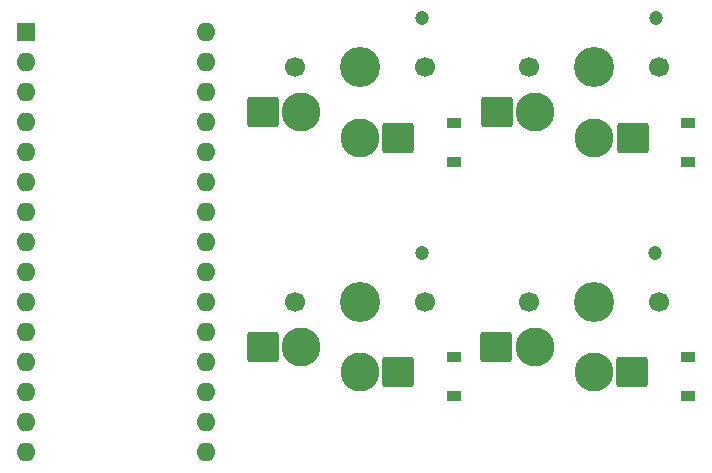
<source format=gbs>
G04 #@! TF.GenerationSoftware,KiCad,Pcbnew,(6.0.5)*
G04 #@! TF.CreationDate,2022-09-29T17:00:32+08:00*
G04 #@! TF.ProjectId,4k-keypad-arduino-nano,346b2d6b-6579-4706-9164-2d6172647569,rev?*
G04 #@! TF.SameCoordinates,Original*
G04 #@! TF.FileFunction,Soldermask,Bot*
G04 #@! TF.FilePolarity,Negative*
%FSLAX46Y46*%
G04 Gerber Fmt 4.6, Leading zero omitted, Abs format (unit mm)*
G04 Created by KiCad (PCBNEW (6.0.5)) date 2022-09-29 17:00:32*
%MOMM*%
%LPD*%
G01*
G04 APERTURE LIST*
G04 Aperture macros list*
%AMRoundRect*
0 Rectangle with rounded corners*
0 $1 Rounding radius*
0 $2 $3 $4 $5 $6 $7 $8 $9 X,Y pos of 4 corners*
0 Add a 4 corners polygon primitive as box body*
4,1,4,$2,$3,$4,$5,$6,$7,$8,$9,$2,$3,0*
0 Add four circle primitives for the rounded corners*
1,1,$1+$1,$2,$3*
1,1,$1+$1,$4,$5*
1,1,$1+$1,$6,$7*
1,1,$1+$1,$8,$9*
0 Add four rect primitives between the rounded corners*
20,1,$1+$1,$2,$3,$4,$5,0*
20,1,$1+$1,$4,$5,$6,$7,0*
20,1,$1+$1,$6,$7,$8,$9,0*
20,1,$1+$1,$8,$9,$2,$3,0*%
G04 Aperture macros list end*
%ADD10R,1.600000X1.600000*%
%ADD11O,1.600000X1.600000*%
%ADD12C,1.200000*%
%ADD13C,1.700000*%
%ADD14C,3.400000*%
%ADD15RoundRect,0.260000X1.065000X1.040000X-1.065000X1.040000X-1.065000X-1.040000X1.065000X-1.040000X0*%
%ADD16C,3.300000*%
%ADD17R,1.200000X0.900000*%
G04 APERTURE END LIST*
D10*
X101133750Y-75569949D03*
D11*
X101133750Y-78109949D03*
X101133750Y-80649949D03*
X101133750Y-83189949D03*
X101133750Y-85729949D03*
X101133750Y-88269949D03*
X101133750Y-90809949D03*
X101133750Y-93349949D03*
X101133750Y-95889949D03*
X101133750Y-98429949D03*
X101133750Y-100969949D03*
X101133750Y-103509949D03*
X101133750Y-106049949D03*
X101133750Y-108589949D03*
X101133750Y-111129949D03*
X116373750Y-111129949D03*
X116373750Y-108589949D03*
X116373750Y-106049949D03*
X116373750Y-103509949D03*
X116373750Y-100969949D03*
X116373750Y-98429949D03*
X116373750Y-95889949D03*
X116373750Y-93349949D03*
X116373750Y-90809949D03*
X116373750Y-88269949D03*
X116373750Y-85729949D03*
X116373750Y-83189949D03*
X116373750Y-80649949D03*
X116373750Y-78109949D03*
X116373750Y-75569949D03*
D12*
X134601250Y-94225000D03*
D13*
X123881250Y-98425000D03*
X134881250Y-98425000D03*
D14*
X129381250Y-98425000D03*
D15*
X121136250Y-102175000D03*
D16*
X124381250Y-102175000D03*
D15*
X132626250Y-104375000D03*
D16*
X129381250Y-104375000D03*
X149168750Y-104375000D03*
D15*
X152413750Y-104375000D03*
D16*
X144168750Y-102175000D03*
D15*
X140923750Y-102175000D03*
D14*
X149168750Y-98425000D03*
D13*
X154668750Y-98425000D03*
X143668750Y-98425000D03*
D12*
X154388750Y-94225000D03*
X154445000Y-74350000D03*
D13*
X143725000Y-78550000D03*
X154725000Y-78550000D03*
D14*
X149225000Y-78550000D03*
D15*
X140980000Y-82300000D03*
D16*
X144225000Y-82300000D03*
D15*
X152470000Y-84500000D03*
D16*
X149225000Y-84500000D03*
D12*
X134601250Y-74350000D03*
D13*
X123881250Y-78550000D03*
X134881250Y-78550000D03*
D14*
X129381250Y-78550000D03*
D15*
X121136250Y-82300000D03*
D16*
X124381250Y-82300000D03*
D15*
X132626250Y-84500000D03*
D16*
X129381250Y-84500000D03*
D17*
X157162500Y-103062500D03*
X157162500Y-106362500D03*
X137318750Y-103062500D03*
X137318750Y-106362500D03*
X157162500Y-83218750D03*
X157162500Y-86518750D03*
X137318750Y-83218750D03*
X137318750Y-86518750D03*
M02*

</source>
